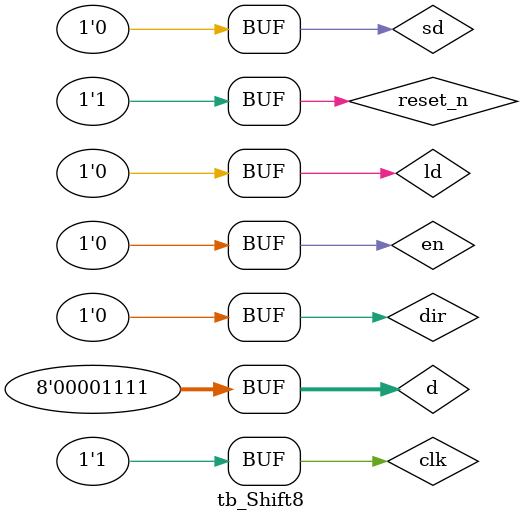
<source format=v>
`timescale 1ns/100ps//timescale??
module tb_Shift8();//testbench?? ??

reg clk,reset_n,en,dir,ld,sd;//1bit reg vlaue clk, reset_n, en, dir, ld, sd
reg[7:0] d;//8bit reg value d
wire[7:0] q;//8bit wire vlaue q

Shift8 shift8(clk,reset_n,en,dir,ld,sd,d,q);//Shift8 module instantiation
initial 
begin//10???? ??? ??
	clk=0;reset_n=1;dir=0;en=0;ld=0;sd=0;d=8'b00001111;
#10	clk=1;
#10	clk=0;reset_n=0;
#10	clk=1;
#10	clk=0;reset_n=1;ld=1;
#10	clk=1;
#10	clk=0;ld=0;sd=1;en=1;
#10	clk=1;
#10	clk=0;sd=0;
#10	clk=1;
#10	clk=0;
#10	clk=1;
#10	clk=0;dir=1;sd=1;
#10	clk=1;
#10	clk=0;sd=0;
#10	clk=1;
#10	clk=0;en=0;
#10	clk=1;
#10	clk=0;dir=0;
#10	clk=1;
end
endmodule
</source>
